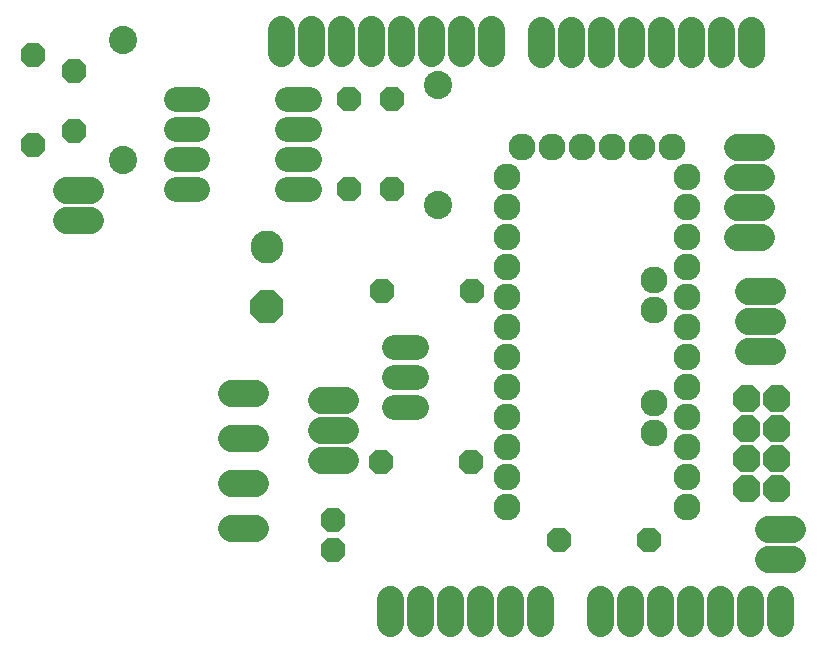
<source format=gbr>
G04 EAGLE Gerber RS-274X export*
G75*
%MOMM*%
%FSLAX34Y34*%
%LPD*%
%INSoldermask Bottom*%
%IPPOS*%
%AMOC8*
5,1,8,0,0,1.08239X$1,22.5*%
G01*
%ADD10P,2.254402X8X112.500000*%
%ADD11P,2.254402X8X292.500000*%
%ADD12C,2.387600*%
%ADD13C,2.082800*%
%ADD14C,2.286000*%
%ADD15C,2.286000*%
%ADD16C,2.794000*%
%ADD17P,3.024198X8X292.500000*%
%ADD18P,2.474344X8X112.500000*%
%ADD19P,2.254402X8X22.500000*%
%ADD20P,2.254402X8X202.500000*%


D10*
X838962Y381762D03*
X838962Y457962D03*
D11*
X571500Y495300D03*
X571500Y419100D03*
D12*
X647700Y406400D03*
X647700Y508000D03*
D13*
X877316Y248412D02*
X895604Y248412D01*
X895604Y197612D02*
X877316Y197612D01*
X877316Y223012D02*
X895604Y223012D01*
D10*
X875284Y382016D03*
X875284Y458216D03*
D14*
X835660Y152400D02*
X815340Y152400D01*
X815340Y177800D02*
X835660Y177800D01*
X835660Y203200D02*
X815340Y203200D01*
D15*
X973074Y392430D03*
X973074Y367030D03*
X973074Y341630D03*
X973074Y316230D03*
X973074Y290830D03*
X973074Y265430D03*
X973074Y240030D03*
X973074Y214630D03*
X973074Y189230D03*
X973074Y163830D03*
X973074Y138430D03*
X973074Y113030D03*
X1125474Y113030D03*
X1125474Y138430D03*
X1125474Y163830D03*
X1125474Y189230D03*
X1125474Y214630D03*
X1125474Y240030D03*
X1125474Y265430D03*
X1125474Y290830D03*
X1125474Y316230D03*
X1125474Y341630D03*
X1125474Y367030D03*
X1125474Y392430D03*
X1096899Y174943D03*
X1096899Y200343D03*
X1096899Y305118D03*
X1096899Y279718D03*
X985774Y417830D03*
X1011174Y417830D03*
X1036574Y417830D03*
X1061974Y417830D03*
X1087374Y417830D03*
X1112774Y417830D03*
D14*
X759460Y95250D02*
X739140Y95250D01*
X739140Y133350D02*
X759460Y133350D01*
X759460Y171450D02*
X739140Y171450D01*
X739140Y209550D02*
X759460Y209550D01*
D11*
X825500Y101600D03*
X825500Y76200D03*
D16*
X769366Y332994D03*
D17*
X769366Y282194D03*
D11*
X606298Y481584D03*
X606298Y430784D03*
D12*
X914400Y368300D03*
X914400Y469900D03*
D18*
X1201674Y127762D03*
X1176274Y127762D03*
X1201674Y153162D03*
X1176274Y153162D03*
X1201674Y178562D03*
X1176274Y178562D03*
X1201674Y203962D03*
X1176274Y203962D03*
D14*
X1194054Y93726D02*
X1214374Y93726D01*
X1214374Y68326D02*
X1194054Y68326D01*
X1196848Y295656D02*
X1176528Y295656D01*
X1176528Y270256D02*
X1196848Y270256D01*
X1196848Y244856D02*
X1176528Y244856D01*
X619760Y381000D02*
X599440Y381000D01*
X599440Y355600D02*
X619760Y355600D01*
X1167384Y341376D02*
X1187704Y341376D01*
X1187704Y366776D02*
X1167384Y366776D01*
X1167384Y392176D02*
X1187704Y392176D01*
X1187704Y417576D02*
X1167384Y417576D01*
D13*
X710692Y458470D02*
X692404Y458470D01*
X692404Y433070D02*
X710692Y433070D01*
X786892Y433070D02*
X805180Y433070D01*
X805180Y458470D02*
X786892Y458470D01*
X710692Y407670D02*
X692404Y407670D01*
X692404Y382270D02*
X710692Y382270D01*
X786892Y407670D02*
X805180Y407670D01*
X805180Y382270D02*
X786892Y382270D01*
D19*
X867156Y295402D03*
X943356Y295402D03*
D20*
X942086Y150876D03*
X865886Y150876D03*
D19*
X1017270Y84328D03*
X1093470Y84328D03*
D14*
X781558Y497332D02*
X781558Y517652D01*
X806958Y517652D02*
X806958Y497332D01*
X832358Y497332D02*
X832358Y517652D01*
X857758Y517652D02*
X857758Y497332D01*
X883158Y497332D02*
X883158Y517652D01*
X908558Y517652D02*
X908558Y497332D01*
X933958Y497332D02*
X933958Y517652D01*
X959358Y517652D02*
X959358Y497332D01*
X1001522Y496570D02*
X1001522Y516890D01*
X1026922Y516890D02*
X1026922Y496570D01*
X1052322Y496570D02*
X1052322Y516890D01*
X1077722Y516890D02*
X1077722Y496570D01*
X1103122Y496570D02*
X1103122Y516890D01*
X1128522Y516890D02*
X1128522Y496570D01*
X1153922Y496570D02*
X1153922Y516890D01*
X1179322Y516890D02*
X1179322Y496570D01*
X1051814Y34798D02*
X1051814Y14478D01*
X1077214Y14478D02*
X1077214Y34798D01*
X1102614Y34798D02*
X1102614Y14478D01*
X1128014Y14478D02*
X1128014Y34798D01*
X1153414Y34798D02*
X1153414Y14478D01*
X1178814Y14478D02*
X1178814Y34798D01*
X1204214Y34798D02*
X1204214Y14478D01*
X873760Y14732D02*
X873760Y35052D01*
X899160Y35052D02*
X899160Y14732D01*
X924560Y14732D02*
X924560Y35052D01*
X949960Y35052D02*
X949960Y14732D01*
X975360Y14732D02*
X975360Y35052D01*
X1000760Y35052D02*
X1000760Y14732D01*
M02*

</source>
